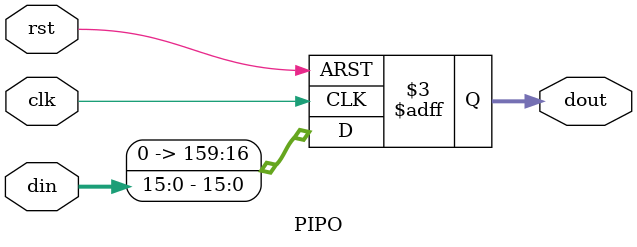
<source format=v>
module PIPO (
	din,
	clk,
	rst,
	dout
	);
input [15:0] din;
input clk,rst;
output [159:0] dout;
reg [159:0] din_save;
wire clk,rst;
reg [159:0] dout;
always @(posedge clk or negedge rst) begin
	if(!rst) begin
		dout <= 16'b0;
	end
	else begin
		din_save [15:0] <= din;
		din_save [31:16] <= din_save [15:0];
		din_save [47:31] <= din_save [31:16];
		din_save [63:48] <= din_save [47:31];
		din_save [79:64] <= din_save [63:48];
		din_save [95:80] <= din_save [79:64];
		din_save [111:96] <= din_save [95:80];
		din_save [127:112] <= din_save [111:96];
		din_save [143:128] <= din_save [127:112];
		dout <= din;
	end
end
endmodule
</source>
